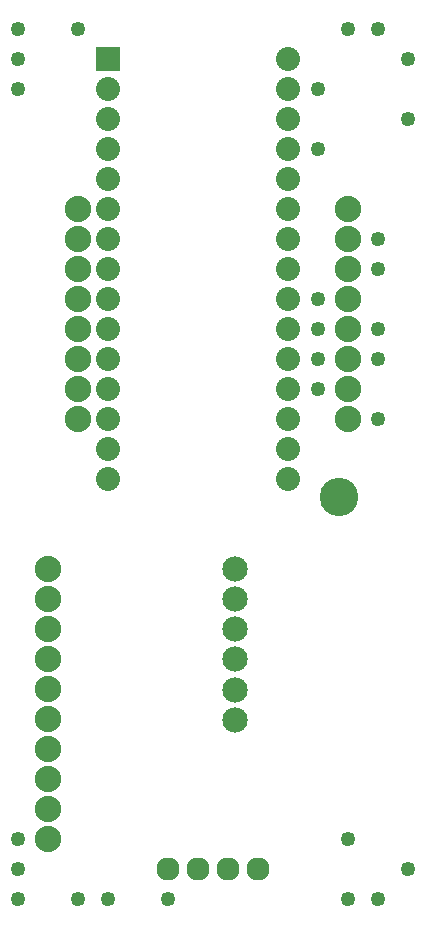
<source format=gts>
G04 MADE WITH FRITZING*
G04 WWW.FRITZING.ORG*
G04 DOUBLE SIDED*
G04 HOLES PLATED*
G04 CONTOUR ON CENTER OF CONTOUR VECTOR*
%ASAXBY*%
%FSLAX23Y23*%
%MOIN*%
%OFA0B0*%
%SFA1.0B1.0*%
%ADD10C,0.084291*%
%ADD11C,0.088000*%
%ADD12C,0.077194*%
%ADD13C,0.080000*%
%ADD14C,0.049370*%
%ADD15C,0.128110*%
%ADD16R,0.079972X0.080000*%
%LNMASK1*%
G90*
G70*
G54D10*
X815Y707D03*
X815Y807D03*
X815Y908D03*
X815Y1008D03*
X815Y1108D03*
X815Y1209D03*
G54D11*
X189Y508D03*
X189Y608D03*
X189Y708D03*
X189Y808D03*
X189Y908D03*
X189Y1008D03*
X189Y1108D03*
X189Y1208D03*
X189Y308D03*
X189Y408D03*
G54D12*
X589Y208D03*
X689Y208D03*
X789Y208D03*
X889Y208D03*
G54D13*
X389Y2908D03*
X389Y2808D03*
X389Y2708D03*
X389Y2608D03*
X389Y2508D03*
X389Y2408D03*
X389Y2308D03*
X389Y2208D03*
X389Y2108D03*
X389Y2008D03*
X389Y1908D03*
X389Y1808D03*
X389Y1708D03*
X389Y1608D03*
X389Y1508D03*
X989Y2908D03*
X989Y2808D03*
X989Y2708D03*
X989Y2608D03*
X989Y2508D03*
X989Y2408D03*
X989Y2308D03*
X989Y2208D03*
X989Y2108D03*
X989Y2008D03*
X989Y1908D03*
X989Y1808D03*
X989Y1708D03*
X989Y1608D03*
X989Y1508D03*
G54D14*
X1290Y2308D03*
X1290Y1908D03*
X1290Y2008D03*
X289Y3008D03*
X1390Y2908D03*
X1390Y2708D03*
X89Y2908D03*
X1290Y3008D03*
X1190Y3008D03*
X89Y2808D03*
X89Y3008D03*
X1190Y108D03*
X1290Y108D03*
X1390Y208D03*
X89Y208D03*
X89Y308D03*
X289Y108D03*
X389Y108D03*
X589Y108D03*
X89Y108D03*
X1290Y1708D03*
X1290Y2208D03*
X1090Y1908D03*
X1090Y1808D03*
X1090Y2008D03*
X1090Y2108D03*
X589Y208D03*
X689Y208D03*
X789Y208D03*
X889Y208D03*
X1090Y2608D03*
X1090Y2808D03*
X1190Y308D03*
G54D11*
X290Y1708D03*
X290Y1808D03*
X290Y1908D03*
X290Y2008D03*
X290Y2108D03*
X290Y2208D03*
X290Y2308D03*
X290Y2408D03*
X1190Y2408D03*
X1190Y2308D03*
X1190Y2208D03*
X1190Y2108D03*
X1190Y2008D03*
X1190Y1908D03*
X1190Y1808D03*
X1190Y1708D03*
X290Y1708D03*
X290Y1808D03*
X290Y1908D03*
X290Y2008D03*
X290Y2108D03*
X290Y2208D03*
X290Y2308D03*
X290Y2408D03*
X1190Y2408D03*
X1190Y2308D03*
X1190Y2208D03*
X1190Y2108D03*
X1190Y2008D03*
X1190Y1908D03*
X1190Y1808D03*
X1190Y1708D03*
G54D15*
X1159Y1451D03*
G54D16*
X389Y2908D03*
G04 End of Mask1*
M02*
</source>
